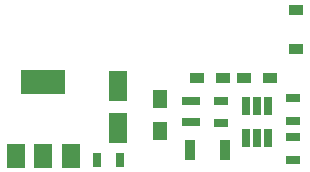
<source format=gbr>
G04 #@! TF.GenerationSoftware,KiCad,Pcbnew,(5.1.5)-3*
G04 #@! TF.CreationDate,2020-11-28T16:28:13+00:00*
G04 #@! TF.ProjectId,Retrospector_Power_Test_TPS561201,52657472-6f73-4706-9563-746f725f506f,rev?*
G04 #@! TF.SameCoordinates,Original*
G04 #@! TF.FileFunction,Paste,Top*
G04 #@! TF.FilePolarity,Positive*
%FSLAX46Y46*%
G04 Gerber Fmt 4.6, Leading zero omitted, Abs format (unit mm)*
G04 Created by KiCad (PCBNEW (5.1.5)-3) date 2020-11-28 16:28:13*
%MOMM*%
%LPD*%
G04 APERTURE LIST*
%ADD10R,0.700000X1.300000*%
%ADD11R,0.650000X1.560000*%
%ADD12R,1.600000X0.800000*%
%ADD13R,0.900000X1.700000*%
%ADD14R,1.300000X0.700000*%
%ADD15R,3.800000X2.000000*%
%ADD16R,1.500000X2.000000*%
%ADD17R,1.200000X0.900000*%
%ADD18R,1.300000X1.500000*%
%ADD19R,1.600000X2.600000*%
G04 APERTURE END LIST*
D10*
X93550000Y-67500000D03*
X95450000Y-67500000D03*
D11*
X106150000Y-65650000D03*
X107100000Y-65650000D03*
X108050000Y-65650000D03*
X108050000Y-62950000D03*
X106150000Y-62950000D03*
X107100000Y-62950000D03*
D12*
X101500000Y-62500000D03*
X101500000Y-64300000D03*
D13*
X101450000Y-66600000D03*
X104350000Y-66600000D03*
D14*
X104000000Y-64350000D03*
X104000000Y-62450000D03*
X110100000Y-64150000D03*
X110100000Y-62250000D03*
X110100000Y-65550000D03*
X110100000Y-67450000D03*
D15*
X89000000Y-60850000D03*
D16*
X89000000Y-67150000D03*
X91300000Y-67150000D03*
X86700000Y-67150000D03*
D17*
X106000000Y-60500000D03*
X108200000Y-60500000D03*
X102000000Y-60500000D03*
X104200000Y-60500000D03*
D18*
X98900000Y-65050000D03*
X98900000Y-62350000D03*
D17*
X110400000Y-58050000D03*
X110400000Y-54750000D03*
D19*
X95300000Y-64800000D03*
X95300000Y-61200000D03*
M02*

</source>
